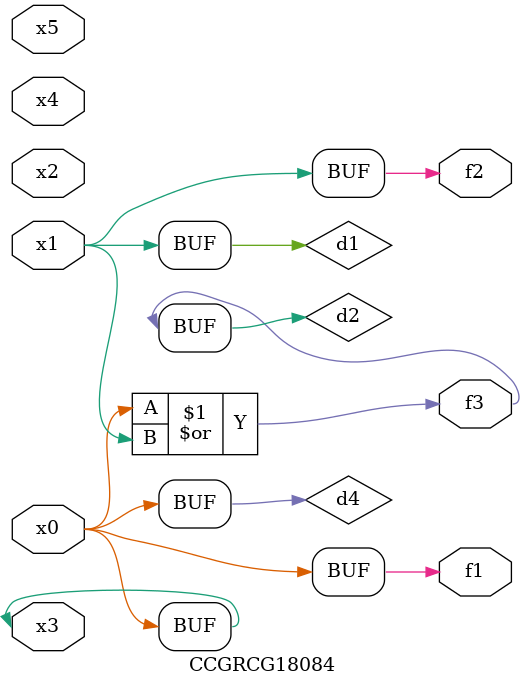
<source format=v>
module CCGRCG18084(
	input x0, x1, x2, x3, x4, x5,
	output f1, f2, f3
);

	wire d1, d2, d3, d4;

	and (d1, x1);
	or (d2, x0, x1);
	nand (d3, x0, x5);
	buf (d4, x0, x3);
	assign f1 = d4;
	assign f2 = d1;
	assign f3 = d2;
endmodule

</source>
